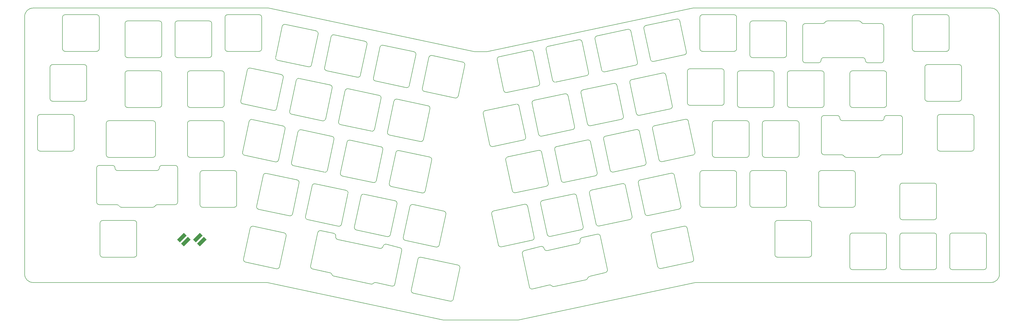
<source format=gbr>
%TF.GenerationSoftware,KiCad,Pcbnew,5.1.10-88a1d61d58~89~ubuntu21.04.1*%
%TF.CreationDate,2021-07-11T01:12:16+02:00*%
%TF.ProjectId,basketweave_plate,6261736b-6574-4776-9561-76655f706c61,rev?*%
%TF.SameCoordinates,Original*%
%TF.FileFunction,Soldermask,Top*%
%TF.FilePolarity,Negative*%
%FSLAX46Y46*%
G04 Gerber Fmt 4.6, Leading zero omitted, Abs format (unit mm)*
G04 Created by KiCad (PCBNEW 5.1.10-88a1d61d58~89~ubuntu21.04.1) date 2021-07-11 01:12:16*
%MOMM*%
%LPD*%
G01*
G04 APERTURE LIST*
%TA.AperFunction,Profile*%
%ADD10C,0.200000*%
%TD*%
%ADD11C,0.100000*%
G04 APERTURE END LIST*
D10*
X27927500Y-82106250D02*
G75*
G02*
X28927500Y-81106250I1000000J0D01*
G01*
X28927500Y-95106250D02*
G75*
G02*
X27927500Y-94106250I0J1000000D01*
G01*
X28927500Y-81106250D02*
X40927500Y-81106250D01*
X40927500Y-95106250D02*
X28927500Y-95106250D01*
X41927500Y-94106250D02*
G75*
G02*
X40927500Y-95106250I-1000000J0D01*
G01*
X41927500Y-82106250D02*
X41927500Y-94106250D01*
X40927500Y-81106250D02*
G75*
G02*
X41927500Y-82106250I0J-1000000D01*
G01*
X27927500Y-94106250D02*
X27927500Y-82106250D01*
X45687500Y-62056250D02*
G75*
G02*
X46687500Y-63056250I0J-1000000D01*
G01*
X33687500Y-76056250D02*
G75*
G02*
X32687500Y-75056250I0J1000000D01*
G01*
X45687500Y-76056250D02*
X33687500Y-76056250D01*
X32687500Y-75056250D02*
X32687500Y-63056250D01*
X46687500Y-63056250D02*
X46687500Y-75056250D01*
X32687500Y-63056250D02*
G75*
G02*
X33687500Y-62056250I1000000J0D01*
G01*
X46687500Y-75056250D02*
G75*
G02*
X45687500Y-76056250I-1000000J0D01*
G01*
X33687500Y-62056250D02*
X45687500Y-62056250D01*
X380062500Y-63056250D02*
X380062500Y-75056250D01*
X380062500Y-75056250D02*
G75*
G02*
X379062500Y-76056250I-1000000J0D01*
G01*
X379062500Y-76056250D02*
X367062500Y-76056250D01*
X379062500Y-62056250D02*
G75*
G02*
X380062500Y-63056250I0J-1000000D01*
G01*
X366062500Y-63056250D02*
G75*
G02*
X367062500Y-62056250I1000000J0D01*
G01*
X367062500Y-62056250D02*
X379062500Y-62056250D01*
X367062500Y-76056250D02*
G75*
G02*
X366062500Y-75056250I0J1000000D01*
G01*
X366062500Y-75056250D02*
X366062500Y-63056250D01*
X174042718Y-135612290D02*
X188110514Y-138588750D01*
X262550733Y-126213914D02*
X274308691Y-123729750D01*
X222919320Y-146203910D02*
G75*
G02*
X223870377Y-146512927I207912J-978148D01*
G01*
X216582162Y-147756903D02*
G75*
G02*
X215396102Y-146986669I-207913J978147D01*
G01*
X264275437Y-139137745D02*
X261780497Y-127399974D01*
X185199748Y-152366756D02*
X171131956Y-149306356D01*
X139360791Y-141511067D02*
G75*
G02*
X140103936Y-142180198I-207912J-978148D01*
G01*
X234682251Y-129274901D02*
G75*
G02*
X235452488Y-128088840I978149J207912D01*
G01*
X172856659Y-136382527D02*
G75*
G02*
X174042718Y-135612290I978148J-207911D01*
G01*
X188880750Y-139774810D02*
X186385808Y-151596520D01*
X277219454Y-137423814D02*
X265461496Y-139907981D01*
X170361720Y-148120298D02*
X172856660Y-136382527D01*
X171131956Y-149306356D02*
G75*
G02*
X170361720Y-148120298I207911J978147D01*
G01*
X277989690Y-136237756D02*
G75*
G02*
X277219454Y-137423814I-978147J-207911D01*
G01*
X245093662Y-140263905D02*
X242390810Y-127547986D01*
X275494750Y-124499985D02*
X277989690Y-136237756D01*
X261780496Y-127399973D02*
G75*
G02*
X262550733Y-126213914I978148J207911D01*
G01*
X222155094Y-133045853D02*
G75*
G02*
X220969033Y-132275618I-207913J978148D01*
G01*
X186385808Y-151596520D02*
G75*
G02*
X185199748Y-152366756I-978148J207912D01*
G01*
X265461497Y-139907981D02*
G75*
G02*
X264275437Y-139137745I-207912J978148D01*
G01*
X219782974Y-131505383D02*
G75*
G02*
X220969033Y-132275618I207912J-978147D01*
G01*
X274308691Y-123729750D02*
G75*
G02*
X275494750Y-124499985I207912J-978147D01*
G01*
X188110514Y-138588750D02*
G75*
G02*
X188880750Y-139774810I-207912J-978148D01*
G01*
X237572355Y-143607629D02*
G75*
G02*
X236829210Y-144276759I-951056J309018D01*
G01*
X140847080Y-142849328D02*
G75*
G02*
X140103936Y-142180198I207911J978147D01*
G01*
X224821433Y-146821944D02*
G75*
G02*
X223870377Y-146512927I-207912J978147D01*
G01*
X164115750Y-145861430D02*
G75*
G02*
X162929690Y-146631666I-978148J207912D01*
G01*
X212693251Y-134270750D02*
G75*
G02*
X213463486Y-133084691I978147J207912D01*
G01*
X140810796Y-126484166D02*
G75*
G02*
X141581031Y-127670225I-207912J-978147D01*
G01*
X215396102Y-146986669D02*
X212693250Y-134270750D01*
X216582162Y-147756903D02*
X222919320Y-146203910D01*
X132801383Y-140116821D02*
G75*
G02*
X132031146Y-138930762I207911J978148D01*
G01*
X235452488Y-128088840D02*
X241204750Y-126777750D01*
X162929690Y-146631666D02*
X156899964Y-145234235D01*
X159612251Y-131432943D02*
G75*
G02*
X158426191Y-132203179I-978148J207912D01*
G01*
X237572356Y-143607629D02*
G75*
G02*
X238315500Y-142938500I951055J-309017D01*
G01*
X140810795Y-126484165D02*
X135920057Y-125444607D01*
X238315500Y-142938500D02*
X244323425Y-141449966D01*
X155948909Y-145543252D02*
G75*
G02*
X156899964Y-145234235I743144J-669129D01*
G01*
X132801382Y-140116821D02*
X139360791Y-141511067D01*
X155948908Y-145543252D02*
G75*
G02*
X154997851Y-145852269I-743145J669131D01*
G01*
X241204750Y-126777750D02*
G75*
G02*
X242390810Y-127547986I207912J-978148D01*
G01*
X165960728Y-131959452D02*
G75*
G02*
X166730965Y-133145511I-207911J-978148D01*
G01*
X154997851Y-145852269D02*
X140847080Y-142849328D01*
X132031146Y-138930762D02*
X134733998Y-126214843D01*
X222155094Y-133045853D02*
X233912016Y-130460961D01*
X234682254Y-129274901D02*
G75*
G02*
X233912016Y-130460961I-978149J-207911D01*
G01*
X236829210Y-144276759D02*
X224821433Y-146821944D01*
X165960728Y-131959452D02*
X160798310Y-130662706D01*
X134733998Y-126214844D02*
G75*
G02*
X135920057Y-125444607I978148J-207911D01*
G01*
X142351267Y-128856284D02*
X158426191Y-132203179D01*
X164115750Y-145861430D02*
X166730965Y-133145511D01*
X245093662Y-140263905D02*
G75*
G02*
X244323425Y-141449966I-978149J-207912D01*
G01*
X219782974Y-131505383D02*
X213463486Y-133084691D01*
X142351268Y-128856284D02*
G75*
G02*
X141581031Y-127670225I207911J978148D01*
G01*
X159612250Y-131432942D02*
G75*
G02*
X160798310Y-130662706I978148J-207912D01*
G01*
X168105032Y-129187375D02*
G75*
G02*
X167334796Y-128001317I207911J978147D01*
G01*
X334680250Y-83487500D02*
G75*
G02*
X333680250Y-82487500I0J1000000D01*
G01*
X80331250Y-115537500D02*
X73625301Y-115537501D01*
X56455250Y-100537500D02*
G75*
G02*
X57455250Y-101537500I0J-1000000D01*
G01*
X58455250Y-102537500D02*
G75*
G02*
X57455250Y-101537500I0J1000000D01*
G01*
X56455250Y-100537500D02*
X51455250Y-100537500D01*
X332680250Y-81487500D02*
X327680250Y-81487500D01*
X50455250Y-101537500D02*
G75*
G02*
X51455250Y-100537500I1000000J0D01*
G01*
X327680250Y-96487500D02*
G75*
G02*
X326680250Y-95487500I0J1000000D01*
G01*
X50455250Y-114537500D02*
X50455250Y-101537500D01*
X80331250Y-100537500D02*
X75331250Y-100537500D01*
X350556250Y-82487500D02*
G75*
G02*
X351556250Y-81487500I1000000J0D01*
G01*
X80331250Y-100537500D02*
G75*
G02*
X81331250Y-101537500I0J-1000000D01*
G01*
X81331250Y-114537500D02*
X81331250Y-101537500D01*
X72759276Y-116037501D02*
G75*
G02*
X73625301Y-115537501I866025J-500000D01*
G01*
X332680250Y-81487500D02*
G75*
G02*
X333680250Y-82487500I0J-1000000D01*
G01*
X59893250Y-116537501D02*
G75*
G02*
X59027225Y-116037501I0J1000000D01*
G01*
X74331251Y-101537500D02*
G75*
G02*
X73331250Y-102537501I-1000001J0D01*
G01*
X327680250Y-96487500D02*
X334386200Y-96487501D01*
X72759275Y-116037501D02*
G75*
G02*
X71893250Y-116537501I-866025J500000D01*
G01*
X357556250Y-95487500D02*
X357556250Y-82487500D01*
X58161200Y-115537501D02*
G75*
G02*
X59027225Y-116037501I0J-1000000D01*
G01*
X81331250Y-114537500D02*
G75*
G02*
X80331250Y-115537500I-1000000J0D01*
G01*
X74331250Y-101537500D02*
G75*
G02*
X75331250Y-100537500I1000000J0D01*
G01*
X342388500Y-59387500D02*
G75*
G02*
X343388500Y-60387500I0J-1000000D01*
G01*
X51455250Y-115537500D02*
G75*
G02*
X50455250Y-114537500I0J1000000D01*
G01*
X328950500Y-45387499D02*
X340950500Y-45387499D01*
X320512500Y-61387500D02*
G75*
G02*
X319512500Y-60387500I0J1000000D01*
G01*
X327512500Y-59387499D02*
X342388500Y-59387500D01*
X344388500Y-61387500D02*
G75*
G02*
X343388500Y-60387500I0J1000000D01*
G01*
X328084475Y-45887499D02*
G75*
G02*
X328950500Y-45387499I866025J-500000D01*
G01*
X319512500Y-47387500D02*
G75*
G02*
X320512500Y-46387500I1000000J0D01*
G01*
X350388500Y-60387500D02*
G75*
G02*
X349388500Y-61387500I-1000000J0D01*
G01*
X340950500Y-45387499D02*
G75*
G02*
X341816525Y-45887499I0J-1000000D01*
G01*
X326512500Y-60387500D02*
G75*
G02*
X325512500Y-61387500I-1000000J0D01*
G01*
X350388500Y-47387500D02*
X350388500Y-60387500D01*
X344388500Y-61387500D02*
X349388500Y-61387500D01*
X320512500Y-61387500D02*
X325512500Y-61387500D01*
X343388500Y-60387500D02*
X343388500Y-60387500D01*
X349388500Y-46387500D02*
G75*
G02*
X350388500Y-47387500I0J-1000000D01*
G01*
X51455250Y-115537500D02*
X58161200Y-115537501D01*
X319512500Y-47387500D02*
X319512500Y-60387500D01*
X342682550Y-46387499D02*
G75*
G02*
X341816525Y-45887499I0J1000000D01*
G01*
X320512500Y-46387500D02*
X327218449Y-46387499D01*
X326512499Y-60387500D02*
G75*
G02*
X327512500Y-59387499I1000001J0D01*
G01*
X328084474Y-45887499D02*
G75*
G02*
X327218449Y-46387499I-866025J500000D01*
G01*
X326512500Y-60387500D02*
X326512500Y-60387500D01*
D11*
G36*
X90741500Y-127285750D02*
G01*
X88201500Y-129825750D01*
X87185500Y-128809750D01*
X89725500Y-126269750D01*
X90741500Y-127285750D01*
G37*
X90741500Y-127285750D02*
X88201500Y-129825750D01*
X87185500Y-128809750D01*
X89725500Y-126269750D01*
X90741500Y-127285750D01*
G36*
X92265500Y-128809750D02*
G01*
X89725500Y-131349750D01*
X88709500Y-130333750D01*
X91249500Y-127793750D01*
X92265500Y-128809750D01*
G37*
X92265500Y-128809750D02*
X89725500Y-131349750D01*
X88709500Y-130333750D01*
X91249500Y-127793750D01*
X92265500Y-128809750D01*
D10*
X169618875Y-70060049D02*
G75*
G02*
X168432815Y-70830285I-978148J207912D01*
G01*
X175328757Y-72296060D02*
G75*
G02*
X174558521Y-71110002I207911J978147D01*
G01*
X172113816Y-58322278D02*
X169618874Y-70060048D01*
X171343580Y-57136218D02*
G75*
G02*
X172113816Y-58322278I-207912J-978148D01*
G01*
X174558521Y-71110002D02*
X177053461Y-59372231D01*
X168432815Y-70830285D02*
X156695045Y-68335343D01*
X155924809Y-67149285D02*
X158419749Y-55411514D01*
X177053460Y-59372231D02*
G75*
G02*
X178239519Y-58601994I978148J-207911D01*
G01*
X178239519Y-58601994D02*
X189977291Y-61096935D01*
X190747528Y-62282995D02*
X188252586Y-74020765D01*
X161280947Y-87763355D02*
X163775887Y-76025584D01*
X156695045Y-68335343D02*
G75*
G02*
X155924809Y-67149285I207911J978147D01*
G01*
X188252587Y-74020766D02*
G75*
G02*
X187066527Y-74791002I-978148J207912D01*
G01*
X189977292Y-61096935D02*
G75*
G02*
X190747528Y-62282995I-207912J-978148D01*
G01*
X173788953Y-91444355D02*
X162051183Y-88949413D01*
X164961945Y-75255347D02*
X176699717Y-77750288D01*
X163775886Y-76025584D02*
G75*
G02*
X164961945Y-75255347I978148J-207911D01*
G01*
X174975013Y-90674119D02*
G75*
G02*
X173788953Y-91444355I-978148J207912D01*
G01*
X159605807Y-54641277D02*
X171343579Y-57136218D01*
X158419748Y-55411514D02*
G75*
G02*
X159605807Y-54641277I978148J-207911D01*
G01*
X187066527Y-74791002D02*
X175328757Y-72296060D01*
X138061333Y-64374625D02*
G75*
G02*
X137291097Y-63188567I207911J978147D01*
G01*
X153480104Y-54361560D02*
X150985162Y-66099330D01*
D11*
G36*
X84645500Y-127285750D02*
G01*
X82105500Y-129825750D01*
X81089500Y-128809750D01*
X83629500Y-126269750D01*
X84645500Y-127285750D01*
G37*
X84645500Y-127285750D02*
X82105500Y-129825750D01*
X81089500Y-128809750D01*
X83629500Y-126269750D01*
X84645500Y-127285750D01*
G36*
X86169500Y-128809750D02*
G01*
X83629500Y-131349750D01*
X82613500Y-130333750D01*
X85153500Y-127793750D01*
X86169500Y-128809750D01*
G37*
X86169500Y-128809750D02*
X83629500Y-131349750D01*
X82613500Y-130333750D01*
X85153500Y-127793750D01*
X86169500Y-128809750D01*
D10*
X131165392Y-62908849D02*
X119427622Y-60413907D01*
X119427622Y-60413907D02*
G75*
G02*
X118657386Y-59227849I207911J978147D01*
G01*
X140972095Y-50680559D02*
X152709867Y-53175500D01*
X149799103Y-66869567D02*
X138061333Y-64374625D01*
X150985163Y-66099331D02*
G75*
G02*
X149799103Y-66869567I-978148J207912D01*
G01*
X134076157Y-49214782D02*
G75*
G02*
X134846393Y-50400842I-207912J-978148D01*
G01*
X137291097Y-63188567D02*
X139786037Y-51450796D01*
X122338384Y-46719841D02*
X134076156Y-49214782D01*
X139786036Y-51450796D02*
G75*
G02*
X140972095Y-50680559I978148J-207911D01*
G01*
X152709868Y-53175500D02*
G75*
G02*
X153480104Y-54361560I-207912J-978148D01*
G01*
X349388500Y-46387500D02*
X342682550Y-46387499D01*
X121152325Y-47490078D02*
G75*
G02*
X122338384Y-46719841I978148J-207911D01*
G01*
X132351452Y-62138613D02*
G75*
G02*
X131165392Y-62908849I-978148J207912D01*
G01*
X118657386Y-59227849D02*
X121152326Y-47490078D01*
X134846393Y-50400842D02*
X132351451Y-62138612D01*
X238697769Y-85424575D02*
G75*
G02*
X237511709Y-84654339I-207912J978148D01*
G01*
X259006618Y-48341779D02*
G75*
G02*
X259776855Y-47155720I978148J207911D01*
G01*
X242867848Y-64040268D02*
X240372908Y-52302497D01*
X217153294Y-75691226D02*
X228891065Y-73196286D01*
X235016768Y-72916567D02*
G75*
G02*
X235787005Y-71730508I978148J207911D01*
G01*
X222509432Y-55077155D02*
X234247203Y-52582215D01*
X221739195Y-56263214D02*
G75*
G02*
X222509432Y-55077155I978148J207911D01*
G01*
X259776855Y-47155720D02*
X271514626Y-44660780D01*
X218524254Y-70236999D02*
X206786483Y-72731940D01*
X206786484Y-72731940D02*
G75*
G02*
X205600424Y-71961704I-207912J978148D01*
G01*
X255791678Y-62315563D02*
X244053907Y-64810504D01*
X256145421Y-80693621D02*
X253650481Y-68955850D01*
X225420196Y-68771222D02*
G75*
G02*
X224234136Y-68000986I-207912J978148D01*
G01*
X216799550Y-57313169D02*
X219294490Y-69050940D01*
X275195625Y-57168788D02*
G75*
G02*
X274425389Y-58354846I-978147J-207911D01*
G01*
X216383057Y-76877285D02*
G75*
G02*
X217153294Y-75691226I978148J207911D01*
G01*
X261501559Y-60079551D02*
X259006619Y-48341780D01*
X257331481Y-81463857D02*
G75*
G02*
X256145421Y-80693621I-207912J978148D01*
G01*
X254066974Y-49391733D02*
X256561914Y-61129504D01*
X219294490Y-69050941D02*
G75*
G02*
X218524254Y-70236999I-978147J-207911D01*
G01*
X262687619Y-60849787D02*
G75*
G02*
X261501559Y-60079551I-207912J978148D01*
G01*
X391318750Y-40481250D02*
G75*
G02*
X394493750Y-43656250I0J-3175000D01*
G01*
X23018750Y-43656250D02*
G75*
G02*
X26193750Y-40481250I3175000J0D01*
G01*
X182562500Y-159543750D02*
X211137500Y-159543750D01*
X248710835Y-70005804D02*
X251205775Y-81743575D01*
X201430346Y-93346010D02*
G75*
G02*
X200244286Y-92575774I-207912J978148D01*
G01*
X213168116Y-90851069D02*
X201430345Y-93346010D01*
X244053908Y-64810504D02*
G75*
G02*
X242867848Y-64040268I-207912J978148D01*
G01*
X231801828Y-86890352D02*
X220064057Y-89385293D01*
X215613491Y-56542934D02*
G75*
G02*
X216799550Y-57313169I207912J-978147D01*
G01*
X234247203Y-52582216D02*
G75*
G02*
X235433262Y-53352451I207912J-978147D01*
G01*
X218877998Y-88615057D02*
X216383058Y-76877286D01*
X197749345Y-80838002D02*
G75*
G02*
X198519582Y-79651943I978148J207911D01*
G01*
X266158488Y-65274851D02*
G75*
G02*
X267344547Y-66045086I207912J-978147D01*
G01*
X198519582Y-79651943D02*
X210257353Y-77157003D01*
X211443412Y-77927239D02*
X213938352Y-89665010D01*
X232572064Y-85704294D02*
G75*
G02*
X231801828Y-86890352I-978147J-207911D01*
G01*
X210257353Y-77157004D02*
G75*
G02*
X211443412Y-77927239I207912J-978147D01*
G01*
X200244286Y-92575774D02*
X197749346Y-80838003D01*
X272700685Y-45431016D02*
X275195625Y-57168787D01*
X271514626Y-44660781D02*
G75*
G02*
X272700685Y-45431016I207912J-978147D01*
G01*
X230077124Y-73966522D02*
X232572064Y-85704293D01*
X213938352Y-89665011D02*
G75*
G02*
X213168116Y-90851069I-978147J-207911D01*
G01*
X241143144Y-51116437D02*
X252880915Y-48621497D01*
X256561914Y-61129505D02*
G75*
G02*
X255791678Y-62315563I-978147J-207911D01*
G01*
X240372907Y-52302496D02*
G75*
G02*
X241143144Y-51116437I978148J207911D01*
G01*
X251205775Y-81743576D02*
G75*
G02*
X250435539Y-82929634I-978147J-207911D01*
G01*
X237928202Y-65090223D02*
G75*
G02*
X237157966Y-66276281I-978147J-207911D01*
G01*
X224234136Y-68000986D02*
X221739196Y-56263215D01*
X203875720Y-59037873D02*
X215613491Y-56542933D01*
X220064058Y-89385293D02*
G75*
G02*
X218877998Y-88615057I-207912J978148D01*
G01*
X250435539Y-82929634D02*
X238697768Y-85424575D01*
X235433262Y-53352451D02*
X237928202Y-65090222D01*
X203105483Y-60223932D02*
G75*
G02*
X203875720Y-59037873I978148J207911D01*
G01*
X237157966Y-66276281D02*
X225420195Y-68771222D01*
X205600424Y-71961704D02*
X203105484Y-60223933D01*
X391318750Y-145256250D02*
X278606250Y-145256250D01*
X394493750Y-142081250D02*
G75*
G02*
X391318750Y-145256250I-3175000J0D01*
G01*
X274425389Y-58354846D02*
X262687618Y-60849787D01*
X228891065Y-73196287D02*
G75*
G02*
X230077124Y-73966522I207912J-978147D01*
G01*
X237511709Y-84654339D02*
X235016769Y-72916568D01*
X235787005Y-71730508D02*
X247524776Y-69235568D01*
X252880915Y-48621498D02*
G75*
G02*
X254066974Y-49391733I207912J-978147D01*
G01*
X247524776Y-69235569D02*
G75*
G02*
X248710835Y-70005804I207912J-978147D01*
G01*
X357537500Y-126350000D02*
X369537500Y-126350000D01*
X388537500Y-126350000D02*
G75*
G02*
X389537500Y-127350000I0J-1000000D01*
G01*
X370537500Y-139350000D02*
G75*
G02*
X369537500Y-140350000I-1000000J0D01*
G01*
X26193750Y-145256250D02*
X115443000Y-145256250D01*
X391318750Y-40481250D02*
X277812500Y-40481250D01*
X357537500Y-140350000D02*
G75*
G02*
X356537500Y-139350000I0J1000000D01*
G01*
X369537500Y-126350000D02*
G75*
G02*
X370537500Y-127350000I0J-1000000D01*
G01*
X370537500Y-127350000D02*
X370537500Y-139350000D01*
X199231250Y-57150000D02*
X194468750Y-57150000D01*
X356537500Y-127350000D02*
G75*
G02*
X357537500Y-126350000I1000000J0D01*
G01*
X23018750Y-43656250D02*
X23018750Y-142081250D01*
X388537500Y-140350000D02*
X376537500Y-140350000D01*
X369537500Y-140350000D02*
X357537500Y-140350000D01*
X389537500Y-139350000D02*
G75*
G02*
X388537500Y-140350000I-1000000J0D01*
G01*
X350487500Y-126350000D02*
G75*
G02*
X351487500Y-127350000I0J-1000000D01*
G01*
X278606250Y-145256250D02*
X211137500Y-159543750D01*
X115443000Y-145256250D02*
X182562500Y-159543750D01*
X277812500Y-40481250D02*
X199231250Y-57150000D01*
X26193750Y-145256250D02*
G75*
G02*
X23018750Y-142081250I0J3175000D01*
G01*
X115887500Y-40481250D02*
X194468750Y-57150000D01*
X376537500Y-126350000D02*
X388537500Y-126350000D01*
X26193750Y-40481250D02*
X115887500Y-40481250D01*
X375537500Y-139350000D02*
X375537500Y-127350000D01*
X376537500Y-140350000D02*
G75*
G02*
X375537500Y-139350000I0J1000000D01*
G01*
X394493750Y-43656250D02*
X394493750Y-142081250D01*
X389537500Y-127350000D02*
X389537500Y-139350000D01*
X375537500Y-127350000D02*
G75*
G02*
X376537500Y-126350000I1000000J0D01*
G01*
X356537500Y-139350000D02*
X356537500Y-127350000D01*
X177397429Y-97374179D02*
G75*
G02*
X178167665Y-98560239I-207912J-978148D01*
G01*
X162748894Y-108573304D02*
G75*
G02*
X161978658Y-107387246I207911J978147D01*
G01*
X149471320Y-125226657D02*
G75*
G02*
X148701084Y-124040599I207911J978147D01*
G01*
X175672724Y-110298010D02*
G75*
G02*
X174486664Y-111068246I-978148J207912D01*
G01*
X161209090Y-127721599D02*
X149471320Y-125226657D01*
X115114658Y-103611156D02*
X126852430Y-106106097D01*
X125127726Y-119029928D02*
G75*
G02*
X123941666Y-119800164I-978148J207912D01*
G01*
X159533953Y-94599522D02*
X157039011Y-106337292D01*
X108954436Y-124567914D02*
G75*
G02*
X110140495Y-123797677I978148J-207911D01*
G01*
X120153563Y-139216449D02*
G75*
G02*
X118967503Y-139986685I-978148J207912D01*
G01*
X121878268Y-126292618D02*
G75*
G02*
X122648504Y-127478678I-207912J-978148D01*
G01*
X123941666Y-119800164D02*
X112203896Y-117305222D01*
X162395150Y-126951363D02*
G75*
G02*
X161209090Y-127721599I-978148J207912D01*
G01*
X122648504Y-127478678D02*
X120153562Y-139216448D01*
X107229733Y-137491743D02*
G75*
G02*
X106459497Y-136305685I207911J978147D01*
G01*
X110140495Y-123797677D02*
X121878267Y-126292618D01*
X113928599Y-104381393D02*
G75*
G02*
X115114658Y-103611156I978148J-207911D01*
G01*
X158763717Y-93413462D02*
G75*
G02*
X159533953Y-94599522I-207912J-978148D01*
G01*
X161978658Y-107387246D02*
X164473598Y-95649475D01*
X127622667Y-107292157D02*
X125127725Y-119029927D01*
X106459497Y-136305685D02*
X108954437Y-124567914D01*
X171015794Y-115493309D02*
X182753566Y-117988250D01*
X152382082Y-111532591D02*
X164119854Y-114027532D01*
X144115182Y-104612587D02*
G75*
G02*
X143344946Y-103426529I207911J978147D01*
G01*
X145839885Y-91688758D02*
G75*
G02*
X147025944Y-90918521I978148J-207911D01*
G01*
X133748370Y-107571874D02*
X145486142Y-110066815D01*
X145486143Y-110066815D02*
G75*
G02*
X146256379Y-111252875I-207912J-978148D01*
G01*
X151196023Y-112302828D02*
G75*
G02*
X152382082Y-111532591I978148J-207911D01*
G01*
X164890091Y-115213592D02*
X162395149Y-126951362D01*
X142575378Y-123760882D02*
X130837608Y-121265940D01*
X130067372Y-120079882D02*
X132562312Y-108342111D01*
X148701084Y-124040599D02*
X151196024Y-112302828D01*
X143761438Y-122990646D02*
G75*
G02*
X142575378Y-123760882I-978148J207912D01*
G01*
X164473597Y-95649475D02*
G75*
G02*
X165659656Y-94879238I978148J-207911D01*
G01*
X132562311Y-108342111D02*
G75*
G02*
X133748370Y-107571874I978148J-207911D01*
G01*
X130837608Y-121265940D02*
G75*
G02*
X130067372Y-120079882I207911J978147D01*
G01*
X146256379Y-111252875D02*
X143761437Y-122990645D01*
X165659656Y-94879238D02*
X177397428Y-97374179D01*
X164119855Y-114027532D02*
G75*
G02*
X164890091Y-115213592I-207912J-978148D01*
G01*
X111433660Y-116119164D02*
X113928600Y-104381393D01*
X126852431Y-106106097D02*
G75*
G02*
X127622667Y-107292157I-207912J-978148D01*
G01*
X112203896Y-117305222D02*
G75*
G02*
X111433660Y-116119164I207911J978147D01*
G01*
X118967503Y-139986685D02*
X107229733Y-137491743D01*
X157039012Y-106337293D02*
G75*
G02*
X155852952Y-107107529I-978148J207912D01*
G01*
X174486664Y-111068246D02*
X162748894Y-108573304D01*
X178167665Y-98560239D02*
X175672723Y-110298009D01*
X120798583Y-65868135D02*
G75*
G02*
X121568819Y-67054195I-207912J-978148D01*
G01*
X139432295Y-69828853D02*
G75*
G02*
X140202531Y-71014913I-207912J-978148D01*
G01*
X140202531Y-71014913D02*
X137707589Y-82752683D01*
X127206173Y-87728040D02*
G75*
G02*
X128392232Y-86957803I978148J-207911D01*
G01*
X140130005Y-89452744D02*
G75*
G02*
X140900241Y-90638804I-207912J-978148D01*
G01*
X125481470Y-100651869D02*
G75*
G02*
X124711234Y-99465811I207911J978147D01*
G01*
X140900241Y-90638804D02*
X138405299Y-102376574D01*
X147025944Y-90918521D02*
X158763716Y-93413462D01*
X119073878Y-78791966D02*
G75*
G02*
X117887818Y-79562202I-978148J207912D01*
G01*
X126508463Y-68104149D02*
G75*
G02*
X127694522Y-67333912I978148J-207911D01*
G01*
X124013524Y-79841920D02*
X126508464Y-68104149D01*
X118585528Y-99186093D02*
X106847758Y-96691151D01*
X124711234Y-99465811D02*
X127206174Y-87728040D01*
X155852952Y-107107529D02*
X144115182Y-104612587D01*
X143344946Y-103426529D02*
X145839886Y-91688758D01*
X143417472Y-84988695D02*
G75*
G02*
X142647236Y-83802637I207911J978147D01*
G01*
X109758520Y-82997085D02*
X121496292Y-85492026D01*
X136521530Y-83522920D02*
X124783760Y-81027978D01*
X176699718Y-77750288D02*
G75*
G02*
X177469954Y-78936348I-207912J-978148D01*
G01*
X177469954Y-78936348D02*
X174975012Y-90674118D01*
X155155242Y-87483637D02*
X143417472Y-84988695D01*
X145142175Y-72064866D02*
G75*
G02*
X146328234Y-71294629I978148J-207911D01*
G01*
X106150048Y-77067260D02*
G75*
G02*
X105379812Y-75881202I207911J978147D01*
G01*
X106077522Y-95505093D02*
X108572462Y-83767322D01*
X127694522Y-67333912D02*
X139432294Y-69828853D01*
X108572461Y-83767322D02*
G75*
G02*
X109758520Y-82997085I978148J-207911D01*
G01*
X106847758Y-96691151D02*
G75*
G02*
X106077522Y-95505093I207911J978147D01*
G01*
X156341302Y-86713401D02*
G75*
G02*
X155155242Y-87483637I-978148J207912D01*
G01*
X105379812Y-75881202D02*
X107874752Y-64143431D01*
X142647236Y-83802637D02*
X145142176Y-72064866D01*
X117887818Y-79562202D02*
X106150048Y-77067260D01*
X121568819Y-67054195D02*
X119073877Y-78791965D01*
X121496293Y-85492026D02*
G75*
G02*
X122266529Y-86678086I-207912J-978148D01*
G01*
X158836243Y-74975630D02*
X156341301Y-86713400D01*
X137707590Y-82752684D02*
G75*
G02*
X136521530Y-83522920I-978148J207912D01*
G01*
X109060810Y-63373194D02*
X120798582Y-65868135D01*
X122266529Y-86678086D02*
X119771587Y-98415856D01*
X128392232Y-86957803D02*
X140130004Y-89452744D01*
X137219240Y-103146811D02*
X125481470Y-100651869D01*
X138405300Y-102376575D02*
G75*
G02*
X137219240Y-103146811I-978148J207912D01*
G01*
X158066007Y-73789570D02*
G75*
G02*
X158836243Y-74975630I-207912J-978148D01*
G01*
X146328234Y-71294629D02*
X158066006Y-73789570D01*
X119771588Y-98415857D02*
G75*
G02*
X118585528Y-99186093I-978148J207912D01*
G01*
X124783760Y-81027978D02*
G75*
G02*
X124013524Y-79841920I207911J978147D01*
G01*
X162051183Y-88949413D02*
G75*
G02*
X161280947Y-87763355I207911J978147D01*
G01*
X107874751Y-64143431D02*
G75*
G02*
X109060810Y-63373194I978148J-207911D01*
G01*
X216431123Y-129108672D02*
X204693352Y-131603613D01*
X259824921Y-99387108D02*
G75*
G02*
X259054685Y-100573166I-978147J-207911D01*
G01*
X265950627Y-99107390D02*
G75*
G02*
X264764567Y-98337154I-207912J978148D01*
G01*
X264764567Y-98337154D02*
X262269627Y-86599383D01*
X247316915Y-103068107D02*
G75*
G02*
X246130855Y-102297871I-207912J978148D01*
G01*
X222141005Y-126872660D02*
X219646065Y-115134889D01*
X225002202Y-94520817D02*
G75*
G02*
X225772439Y-93334758I978148J207911D01*
G01*
X222557498Y-107308544D02*
G75*
G02*
X221787262Y-108494602I-978147J-207911D01*
G01*
X210049492Y-110989543D02*
G75*
G02*
X208863432Y-110219307I-207912J978148D01*
G01*
X218876499Y-94800537D02*
G75*
G02*
X220062558Y-95570772I207912J-978147D01*
G01*
X278458633Y-95426391D02*
G75*
G02*
X277688397Y-96612449I-978147J-207911D01*
G01*
X275963693Y-83688619D02*
X278458633Y-95426390D01*
X243635914Y-90560099D02*
G75*
G02*
X244406151Y-89374040I978148J207911D01*
G01*
X225772439Y-93334758D02*
X237510210Y-90839818D01*
X220062558Y-95570772D02*
X222557498Y-107308543D01*
X208863432Y-110219307D02*
X206368492Y-98481536D01*
X254420717Y-67769790D02*
X266158488Y-65274850D01*
X267344547Y-66045086D02*
X269839487Y-77782857D01*
X263039863Y-85413323D02*
X274777634Y-82918383D01*
X240420973Y-104533884D02*
X228683202Y-107028825D01*
X237510210Y-90839819D02*
G75*
G02*
X238696269Y-91610054I207912J-978147D01*
G01*
X256143922Y-86879101D02*
G75*
G02*
X257329981Y-87649336I207912J-978147D01*
G01*
X238696269Y-91610054D02*
X241191209Y-103347825D01*
X241191209Y-103347826D02*
G75*
G02*
X240420973Y-104533884I-978147J-207911D01*
G01*
X207138728Y-97295476D02*
X218876499Y-94800536D01*
X277688397Y-96612449D02*
X265950626Y-99107390D01*
X269069251Y-78968916D02*
X257331480Y-81463857D01*
X269839487Y-77782858D02*
G75*
G02*
X269069251Y-78968916I-978147J-207911D01*
G01*
X257329981Y-87649336D02*
X259824921Y-99387107D01*
X253650480Y-68955849D02*
G75*
G02*
X254420717Y-67769790I978148J207911D01*
G01*
X244406151Y-89374040D02*
X256143922Y-86879100D01*
X204693353Y-131603613D02*
G75*
G02*
X203507293Y-130833377I-207912J978148D01*
G01*
X213520360Y-115414607D02*
G75*
G02*
X214706419Y-116184842I207912J-978147D01*
G01*
X246130855Y-102297871D02*
X243635915Y-90560100D01*
X203507293Y-130833377D02*
X201012353Y-119095606D01*
X262269626Y-86599382D02*
G75*
G02*
X263039863Y-85413323I978148J207911D01*
G01*
X217201359Y-127922614D02*
G75*
G02*
X216431123Y-129108672I-978147J-207911D01*
G01*
X259054685Y-100573166D02*
X247316914Y-103068107D01*
X228683203Y-107028825D02*
G75*
G02*
X227497143Y-106258589I-207912J978148D01*
G01*
X201782589Y-117909546D02*
X213520360Y-115414606D01*
X227497143Y-106258589D02*
X225002203Y-94520818D01*
X214706419Y-116184842D02*
X217201359Y-127922613D01*
X221787262Y-108494602D02*
X210049491Y-110989543D01*
X206368491Y-98481535D02*
G75*
G02*
X207138728Y-97295476I978148J207911D01*
G01*
X274777634Y-82918384D02*
G75*
G02*
X275963693Y-83688619I207912J-978147D01*
G01*
X201012352Y-119095605D02*
G75*
G02*
X201782589Y-117909546I978148J207911D01*
G01*
X383825000Y-95106250D02*
X371825000Y-95106250D01*
X374300000Y-57006250D02*
X362300000Y-57006250D01*
X38450000Y-43006250D02*
X50450000Y-43006250D01*
X51450000Y-56006250D02*
G75*
G02*
X50450000Y-57006250I-1000000J0D01*
G01*
X75262500Y-58387500D02*
G75*
G02*
X74262500Y-59387500I-1000000J0D01*
G01*
X37450000Y-44006250D02*
G75*
G02*
X38450000Y-43006250I1000000J0D01*
G01*
X375300000Y-56006250D02*
G75*
G02*
X374300000Y-57006250I-1000000J0D01*
G01*
X362300000Y-57006250D02*
G75*
G02*
X361300000Y-56006250I0J1000000D01*
G01*
X361300000Y-44006250D02*
G75*
G02*
X362300000Y-43006250I1000000J0D01*
G01*
X375300000Y-44006250D02*
X375300000Y-56006250D01*
X362300000Y-43006250D02*
X374300000Y-43006250D01*
X361300000Y-56006250D02*
X361300000Y-44006250D01*
X74262500Y-59387500D02*
X62262500Y-59387500D01*
X62262500Y-59387500D02*
G75*
G02*
X61262500Y-58387500I0J1000000D01*
G01*
X371825000Y-81106250D02*
X383825000Y-81106250D01*
X370825000Y-82106250D02*
G75*
G02*
X371825000Y-81106250I1000000J0D01*
G01*
X383825000Y-81106250D02*
G75*
G02*
X384825000Y-82106250I0J-1000000D01*
G01*
X51450000Y-44006250D02*
X51450000Y-56006250D01*
X37450000Y-56006250D02*
X37450000Y-44006250D01*
X50450000Y-57006250D02*
X38450000Y-57006250D01*
X38450000Y-57006250D02*
G75*
G02*
X37450000Y-56006250I0J1000000D01*
G01*
X374300000Y-43006250D02*
G75*
G02*
X375300000Y-44006250I0J-1000000D01*
G01*
X50450000Y-43006250D02*
G75*
G02*
X51450000Y-44006250I0J-1000000D01*
G01*
X384825000Y-94106250D02*
G75*
G02*
X383825000Y-95106250I-1000000J0D01*
G01*
X384825000Y-82106250D02*
X384825000Y-94106250D01*
X370825000Y-94106250D02*
X370825000Y-82106250D01*
X371825000Y-95106250D02*
G75*
G02*
X370825000Y-94106250I0J1000000D01*
G01*
X232154072Y-111453890D02*
G75*
G02*
X233340131Y-112224125I207912J-978147D01*
G01*
X250787784Y-107493172D02*
G75*
G02*
X251973843Y-108263407I207912J-978147D01*
G01*
X169829735Y-116263546D02*
G75*
G02*
X171015794Y-115493309I978148J-207911D01*
G01*
X259408429Y-118951224D02*
X256913489Y-107213453D01*
X183523803Y-119174310D02*
X181028861Y-130912080D01*
X181028862Y-130912081D02*
G75*
G02*
X179842802Y-131682317I-978148J207912D01*
G01*
X257683725Y-106027393D02*
X269421496Y-103532453D01*
X270607555Y-104302689D02*
X273102495Y-116040460D01*
X256913488Y-107213452D02*
G75*
G02*
X257683725Y-106027393I978148J207911D01*
G01*
X253698547Y-121187237D02*
X241960776Y-123682178D01*
X251973843Y-108263407D02*
X254468783Y-120001178D01*
X272332259Y-117226519D02*
X260594488Y-119721460D01*
X254468783Y-120001179D02*
G75*
G02*
X253698547Y-121187237I-978147J-207911D01*
G01*
X241960777Y-123682178D02*
G75*
G02*
X240774717Y-122911942I-207912J978148D01*
G01*
X182753567Y-117988250D02*
G75*
G02*
X183523803Y-119174310I-207912J-978148D01*
G01*
X269421496Y-103532454D02*
G75*
G02*
X270607555Y-104302689I207912J-978147D01*
G01*
X167334796Y-128001317D02*
X169829736Y-116263546D01*
X273102495Y-116040461D02*
G75*
G02*
X272332259Y-117226519I-978147J-207911D01*
G01*
X260594489Y-119721460D02*
G75*
G02*
X259408429Y-118951224I-207912J978148D01*
G01*
X238279776Y-111174170D02*
G75*
G02*
X239050013Y-109988111I978148J207911D01*
G01*
X240774717Y-122911942D02*
X238279777Y-111174171D01*
X179842802Y-131682317D02*
X168105032Y-129187375D01*
X239050013Y-109988111D02*
X250787784Y-107493171D01*
X235064835Y-125147955D02*
X223327064Y-127642896D01*
X220416301Y-113948829D02*
X232154072Y-111453889D01*
X233340131Y-112224125D02*
X235835071Y-123961896D01*
X235835071Y-123961897D02*
G75*
G02*
X235064835Y-125147955I-978147J-207911D01*
G01*
X219646064Y-115134888D02*
G75*
G02*
X220416301Y-113948829I978148J207911D01*
G01*
X223327065Y-127642896D02*
G75*
G02*
X222141005Y-126872660I-207912J978148D01*
G01*
X293337500Y-43006250D02*
G75*
G02*
X294337500Y-44006250I0J-1000000D01*
G01*
X102837500Y-116537500D02*
X90837500Y-116537500D01*
X103837500Y-115537500D02*
G75*
G02*
X102837500Y-116537500I-1000000J0D01*
G01*
X85075000Y-84487500D02*
G75*
G02*
X86075000Y-83487500I1000000J0D01*
G01*
X90837500Y-116537500D02*
G75*
G02*
X89837500Y-115537500I0J1000000D01*
G01*
X98075000Y-97487500D02*
X86075000Y-97487500D01*
X99362500Y-44006250D02*
G75*
G02*
X100362500Y-43006250I1000000J0D01*
G01*
X338487500Y-78437500D02*
G75*
G02*
X337487500Y-77437500I0J1000000D01*
G01*
X300387500Y-59387500D02*
G75*
G02*
X299387500Y-58387500I0J1000000D01*
G01*
X312387500Y-45387500D02*
G75*
G02*
X313387500Y-46387500I0J-1000000D01*
G01*
X99075000Y-65437500D02*
X99075000Y-77437500D01*
X85075000Y-96487500D02*
X85075000Y-84487500D01*
X100362500Y-43006250D02*
X112362500Y-43006250D01*
X89837500Y-103537500D02*
G75*
G02*
X90837500Y-102537500I1000000J0D01*
G01*
X90837500Y-102537500D02*
X102837500Y-102537500D01*
X94312500Y-46387500D02*
X94312500Y-58387500D01*
X80312500Y-46387500D02*
G75*
G02*
X81312500Y-45387500I1000000J0D01*
G01*
X350487500Y-78437500D02*
X338487500Y-78437500D01*
X99075000Y-77437500D02*
G75*
G02*
X98075000Y-78437500I-1000000J0D01*
G01*
X98075000Y-64437500D02*
G75*
G02*
X99075000Y-65437500I0J-1000000D01*
G01*
X113362500Y-44006250D02*
X113362500Y-56006250D01*
X99075000Y-96487500D02*
G75*
G02*
X98075000Y-97487500I-1000000J0D01*
G01*
X86075000Y-64437500D02*
X98075000Y-64437500D01*
X93312500Y-45387500D02*
G75*
G02*
X94312500Y-46387500I0J-1000000D01*
G01*
X103837500Y-103537500D02*
X103837500Y-115537500D01*
X85075000Y-65437500D02*
G75*
G02*
X86075000Y-64437500I1000000J0D01*
G01*
X312387500Y-59387500D02*
X300387500Y-59387500D01*
X80312500Y-58387500D02*
X80312500Y-46387500D01*
X299387500Y-46387500D02*
G75*
G02*
X300387500Y-45387500I1000000J0D01*
G01*
X93312500Y-59387500D02*
X81312500Y-59387500D01*
X94312500Y-58387500D02*
G75*
G02*
X93312500Y-59387500I-1000000J0D01*
G01*
X64737500Y-121587500D02*
G75*
G02*
X65737500Y-122587500I0J-1000000D01*
G01*
X112362500Y-57006250D02*
X100362500Y-57006250D01*
X300387500Y-45387500D02*
X312387500Y-45387500D01*
X102837500Y-102537500D02*
G75*
G02*
X103837500Y-103537500I0J-1000000D01*
G01*
X81312500Y-59387500D02*
G75*
G02*
X80312500Y-58387500I0J1000000D01*
G01*
X52737500Y-121587500D02*
X64737500Y-121587500D01*
X299387500Y-58387500D02*
X299387500Y-46387500D01*
X86075000Y-83487500D02*
X98075000Y-83487500D01*
X86075000Y-97487500D02*
G75*
G02*
X85075000Y-96487500I0J1000000D01*
G01*
X351487500Y-77437500D02*
G75*
G02*
X350487500Y-78437500I-1000000J0D01*
G01*
X99075000Y-84487500D02*
X99075000Y-96487500D01*
X293337500Y-57006250D02*
X281337500Y-57006250D01*
X337487500Y-65437500D02*
G75*
G02*
X338487500Y-64437500I1000000J0D01*
G01*
X294337500Y-56006250D02*
G75*
G02*
X293337500Y-57006250I-1000000J0D01*
G01*
X98075000Y-78437500D02*
X86075000Y-78437500D01*
X281337500Y-57006250D02*
G75*
G02*
X280337500Y-56006250I0J1000000D01*
G01*
X89837500Y-115537500D02*
X89837500Y-103537500D01*
X86075000Y-78437500D02*
G75*
G02*
X85075000Y-77437500I0J1000000D01*
G01*
X98075000Y-83487500D02*
G75*
G02*
X99075000Y-84487500I0J-1000000D01*
G01*
X313387500Y-46387500D02*
X313387500Y-58387500D01*
X280337500Y-44006250D02*
G75*
G02*
X281337500Y-43006250I1000000J0D01*
G01*
X112362500Y-43006250D02*
G75*
G02*
X113362500Y-44006250I0J-1000000D01*
G01*
X294337500Y-44006250D02*
X294337500Y-56006250D01*
X85075000Y-77437500D02*
X85075000Y-65437500D01*
X99362500Y-56006250D02*
X99362500Y-44006250D01*
X281337500Y-43006250D02*
X293337500Y-43006250D01*
X113362500Y-56006250D02*
G75*
G02*
X112362500Y-57006250I-1000000J0D01*
G01*
X100362500Y-57006250D02*
G75*
G02*
X99362500Y-56006250I0J1000000D01*
G01*
X81312500Y-45387500D02*
X93312500Y-45387500D01*
X65737500Y-122587500D02*
X65737500Y-134587500D01*
X337487500Y-77437500D02*
X337487500Y-65437500D01*
X313387500Y-58387500D02*
G75*
G02*
X312387500Y-59387500I-1000000J0D01*
G01*
X280337500Y-56006250D02*
X280337500Y-44006250D01*
X65737500Y-134587500D02*
G75*
G02*
X64737500Y-135587500I-1000000J0D01*
G01*
X64737500Y-135587500D02*
X52737500Y-135587500D01*
X52737500Y-135587500D02*
G75*
G02*
X51737500Y-134587500I0J1000000D01*
G01*
X58455250Y-102537500D02*
X73331250Y-102537501D01*
X54118750Y-96487500D02*
X54118750Y-84487500D01*
X71881250Y-83487500D02*
G75*
G02*
X72881250Y-84487500I0J-1000000D01*
G01*
X74262500Y-78437500D02*
X62262500Y-78437500D01*
X75262500Y-77437500D02*
G75*
G02*
X74262500Y-78437500I-1000000J0D01*
G01*
X62262500Y-78437500D02*
G75*
G02*
X61262500Y-77437500I0J1000000D01*
G01*
X75262500Y-46387500D02*
X75262500Y-58387500D01*
X51737500Y-122587500D02*
G75*
G02*
X52737500Y-121587500I1000000J0D01*
G01*
X55118750Y-83487500D02*
X71881250Y-83487500D01*
X74262500Y-45387500D02*
G75*
G02*
X75262500Y-46387500I0J-1000000D01*
G01*
X62262500Y-45387500D02*
X74262500Y-45387500D01*
X61262500Y-46387500D02*
G75*
G02*
X62262500Y-45387500I1000000J0D01*
G01*
X61262500Y-58387500D02*
X61262500Y-46387500D01*
X71893250Y-116537501D02*
X59893250Y-116537501D01*
X55118750Y-97487500D02*
G75*
G02*
X54118750Y-96487500I0J1000000D01*
G01*
X61262500Y-77437500D02*
X61262500Y-65437500D01*
X72881250Y-96487500D02*
G75*
G02*
X71881250Y-97487500I-1000000J0D01*
G01*
X51737500Y-134587500D02*
X51737500Y-122587500D01*
X72881250Y-84487500D02*
X72881250Y-96487500D01*
X71881250Y-97487500D02*
X55118750Y-97487500D01*
X74262500Y-64437500D02*
G75*
G02*
X75262500Y-65437500I0J-1000000D01*
G01*
X75262500Y-65437500D02*
X75262500Y-77437500D01*
X54118750Y-84487500D02*
G75*
G02*
X55118750Y-83487500I1000000J0D01*
G01*
X62262500Y-64437500D02*
X74262500Y-64437500D01*
X61262500Y-65437500D02*
G75*
G02*
X62262500Y-64437500I1000000J0D01*
G01*
X350487500Y-140350000D02*
X338487500Y-140350000D01*
X322912500Y-122587500D02*
X322912500Y-134587500D01*
X294337500Y-115537500D02*
G75*
G02*
X293337500Y-116537500I-1000000J0D01*
G01*
X356537500Y-108300000D02*
G75*
G02*
X357537500Y-107300000I1000000J0D01*
G01*
X325581250Y-115537500D02*
X325581250Y-103537500D01*
X338581250Y-116537500D02*
X326581250Y-116537500D01*
X308912500Y-134587500D02*
X308912500Y-122587500D01*
X338487500Y-126350000D02*
X350487500Y-126350000D01*
X348118250Y-97487501D02*
X336118250Y-97487501D01*
X321912500Y-135587500D02*
X309912500Y-135587500D01*
X281337500Y-102537500D02*
X293337500Y-102537500D01*
X326581250Y-116537500D02*
G75*
G02*
X325581250Y-115537500I0J1000000D01*
G01*
X299387500Y-115537500D02*
X299387500Y-103537500D01*
X356537500Y-120300000D02*
X356537500Y-108300000D01*
X339581250Y-103537500D02*
X339581250Y-115537500D01*
X351487500Y-139350000D02*
G75*
G02*
X350487500Y-140350000I-1000000J0D01*
G01*
X280337500Y-115537500D02*
X280337500Y-103537500D01*
X370537500Y-108300000D02*
X370537500Y-120300000D01*
X321912500Y-121587500D02*
G75*
G02*
X322912500Y-122587500I0J-1000000D01*
G01*
X313387500Y-103537500D02*
X313387500Y-115537500D01*
X357537500Y-107300000D02*
X369537500Y-107300000D01*
X338487500Y-140350000D02*
G75*
G02*
X337487500Y-139350000I0J1000000D01*
G01*
X357537500Y-121300000D02*
G75*
G02*
X356537500Y-120300000I0J1000000D01*
G01*
X326581250Y-102537500D02*
X338581250Y-102537500D01*
X294337500Y-103537500D02*
X294337500Y-115537500D01*
X339581250Y-115537500D02*
G75*
G02*
X338581250Y-116537500I-1000000J0D01*
G01*
X334680250Y-83487500D02*
X349556250Y-83487501D01*
X337487500Y-127350000D02*
G75*
G02*
X338487500Y-126350000I1000000J0D01*
G01*
X337487500Y-139350000D02*
X337487500Y-127350000D01*
X351487500Y-127350000D02*
X351487500Y-139350000D01*
X322912500Y-134587500D02*
G75*
G02*
X321912500Y-135587500I-1000000J0D01*
G01*
X293337500Y-116537500D02*
X281337500Y-116537500D01*
X317150000Y-83487500D02*
G75*
G02*
X318150000Y-84487500I0J-1000000D01*
G01*
X318150000Y-84487500D02*
X318150000Y-96487500D01*
X313387500Y-115537500D02*
G75*
G02*
X312387500Y-116537500I-1000000J0D01*
G01*
X369537500Y-107300000D02*
G75*
G02*
X370537500Y-108300000I0J-1000000D01*
G01*
X304150000Y-84487500D02*
G75*
G02*
X305150000Y-83487500I1000000J0D01*
G01*
X308912500Y-122587500D02*
G75*
G02*
X309912500Y-121587500I1000000J0D01*
G01*
X309912500Y-135587500D02*
G75*
G02*
X308912500Y-134587500I0J1000000D01*
G01*
X338581250Y-102537500D02*
G75*
G02*
X339581250Y-103537500I0J-1000000D01*
G01*
X304150000Y-96487500D02*
X304150000Y-84487500D01*
X280337500Y-103537500D02*
G75*
G02*
X281337500Y-102537500I1000000J0D01*
G01*
X300387500Y-116537500D02*
G75*
G02*
X299387500Y-115537500I0J1000000D01*
G01*
X369537500Y-121300000D02*
X357537500Y-121300000D01*
X370537500Y-120300000D02*
G75*
G02*
X369537500Y-121300000I-1000000J0D01*
G01*
X312387500Y-102537500D02*
G75*
G02*
X313387500Y-103537500I0J-1000000D01*
G01*
X309912500Y-121587500D02*
X321912500Y-121587500D01*
X299387500Y-103537500D02*
G75*
G02*
X300387500Y-102537500I1000000J0D01*
G01*
X312387500Y-116537500D02*
X300387500Y-116537500D01*
X325581250Y-103537500D02*
G75*
G02*
X326581250Y-102537500I1000000J0D01*
G01*
X281337500Y-116537500D02*
G75*
G02*
X280337500Y-115537500I0J1000000D01*
G01*
X293337500Y-102537500D02*
G75*
G02*
X294337500Y-103537500I0J-1000000D01*
G01*
X300387500Y-102537500D02*
X312387500Y-102537500D01*
X305150000Y-83487500D02*
X317150000Y-83487500D01*
X317150000Y-97487500D02*
X305150000Y-97487500D01*
X318150000Y-96487500D02*
G75*
G02*
X317150000Y-97487500I-1000000J0D01*
G01*
X305150000Y-97487500D02*
G75*
G02*
X304150000Y-96487500I0J1000000D01*
G01*
X298100000Y-83487500D02*
G75*
G02*
X299100000Y-84487500I0J-1000000D01*
G01*
X299100000Y-84487500D02*
X299100000Y-96487500D01*
X286100000Y-83487500D02*
X298100000Y-83487500D01*
X285100000Y-84487500D02*
G75*
G02*
X286100000Y-83487500I1000000J0D01*
G01*
X285100000Y-96487500D02*
X285100000Y-84487500D01*
X298100000Y-97487500D02*
X286100000Y-97487500D01*
X299100000Y-96487500D02*
G75*
G02*
X298100000Y-97487500I-1000000J0D01*
G01*
X276575000Y-63643750D02*
X288575000Y-63643750D01*
X286100000Y-97487500D02*
G75*
G02*
X285100000Y-96487500I0J1000000D01*
G01*
X289575000Y-76643750D02*
G75*
G02*
X288575000Y-77643750I-1000000J0D01*
G01*
X288575000Y-77643750D02*
X276575000Y-77643750D01*
X307625000Y-64437500D02*
G75*
G02*
X308625000Y-65437500I0J-1000000D01*
G01*
X308625000Y-65437500D02*
X308625000Y-77437500D01*
X288575000Y-63643750D02*
G75*
G02*
X289575000Y-64643750I0J-1000000D01*
G01*
X294625000Y-65437500D02*
G75*
G02*
X295625000Y-64437500I1000000J0D01*
G01*
X326675000Y-64437500D02*
G75*
G02*
X327675000Y-65437500I0J-1000000D01*
G01*
X314675000Y-64437500D02*
X326675000Y-64437500D01*
X313675000Y-77437500D02*
X313675000Y-65437500D01*
X326675000Y-78437500D02*
X314675000Y-78437500D01*
X314675000Y-78437500D02*
G75*
G02*
X313675000Y-77437500I0J1000000D01*
G01*
X275575000Y-64643750D02*
G75*
G02*
X276575000Y-63643750I1000000J0D01*
G01*
X295625000Y-78437500D02*
G75*
G02*
X294625000Y-77437500I0J1000000D01*
G01*
X350487500Y-64437500D02*
G75*
G02*
X351487500Y-65437500I0J-1000000D01*
G01*
X313675000Y-65437500D02*
G75*
G02*
X314675000Y-64437500I1000000J0D01*
G01*
X276575000Y-77643750D02*
G75*
G02*
X275575000Y-76643750I0J1000000D01*
G01*
X295625000Y-64437500D02*
X307625000Y-64437500D01*
X351487500Y-65437500D02*
X351487500Y-77437500D01*
X338487500Y-64437500D02*
X350487500Y-64437500D01*
X289575000Y-64643750D02*
X289575000Y-76643750D01*
X275575000Y-76643750D02*
X275575000Y-64643750D01*
X327675000Y-77437500D02*
G75*
G02*
X326675000Y-78437500I-1000000J0D01*
G01*
X307625000Y-78437500D02*
X295625000Y-78437500D01*
X308625000Y-77437500D02*
G75*
G02*
X307625000Y-78437500I-1000000J0D01*
G01*
X327675000Y-65437500D02*
X327675000Y-77437500D01*
X294625000Y-77437500D02*
X294625000Y-65437500D01*
X326680250Y-82487500D02*
G75*
G02*
X327680250Y-81487500I1000000J0D01*
G01*
X336118250Y-97487501D02*
G75*
G02*
X335252225Y-96987501I0J1000000D01*
G01*
X350556251Y-82487500D02*
G75*
G02*
X349556250Y-83487501I-1000001J0D01*
G01*
X334386200Y-96487501D02*
G75*
G02*
X335252225Y-96987501I0J-1000000D01*
G01*
X348984275Y-96987501D02*
G75*
G02*
X348118250Y-97487501I-866025J500000D01*
G01*
X326680250Y-95487500D02*
X326680250Y-82487500D01*
X356556250Y-81487500D02*
X351556250Y-81487500D01*
X348984276Y-96987501D02*
G75*
G02*
X349850301Y-96487501I866025J-500000D01*
G01*
X357556250Y-95487500D02*
G75*
G02*
X356556250Y-96487500I-1000000J0D01*
G01*
X356556250Y-96487500D02*
X349850301Y-96487501D01*
X356556250Y-81487500D02*
G75*
G02*
X357556250Y-82487500I0J-1000000D01*
G01*
M02*

</source>
